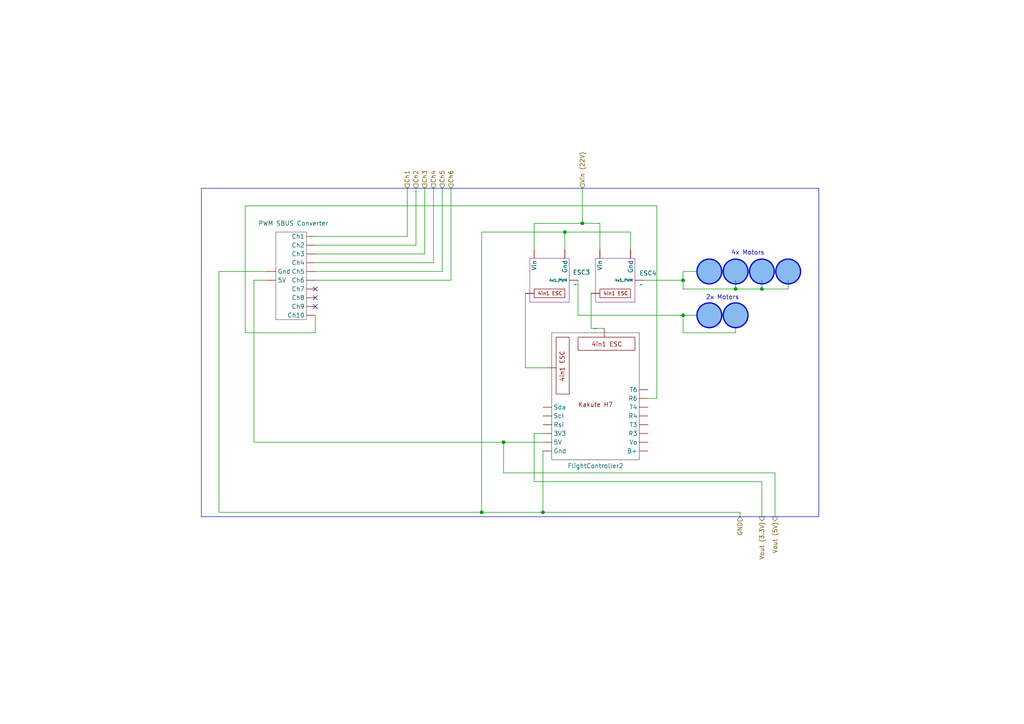
<source format=kicad_sch>
(kicad_sch (version 20231120) (generator "eeschema") (generator_version "8.0")
  (paper "A4")
  (lib_symbols
    (symbol "SPCD_custom:ESC"
      (property "Reference" "ESC" (at 0 2.54 0))
      (symbol "ESC_1_1"
        (rectangle (start -6.35 6.35) (end 6.35 -5.08) (stroke (width 0) (color 140 69 172 1)))
        (rectangle (start -5.08 5.08) (end -2.54 -3.81))
        (text "4in1 ESC\n" (at -3.81 0.508 900) (effects (font (size 1.016 1.016))))
        (pin input line (at -3.81 7.62 270) (length 2.54) (name "") (number ""))
        (pin input line (at 0 -7.62 90) (length 2.54) (name "4x1_PWM") (number ""))
        (pin input line (at 8.89 -3.81 180) (length 2.54) (name "Gnd") (number ""))
        (pin input line (at 8.89 5.08 180) (length 2.54) (name "Vin") (number ""))
      )
    )
    (symbol "SPCD_custom:Kakute_H7"
      (property "Reference" "FC" (at 0 17.78 0))
      (symbol "Kakute_H7_1_1"
        (rectangle (start -12.7 16.51) (end 12.7 -20.32) (stroke (width 0) (color 99 99 99 1)))
        (rectangle (start -11.43 -19.05) (end 5.08 -15.24))
        (rectangle (start 7.62 -2.54) (end 11.43 -19.05))
        (text "4in1 ESC" (at -3.302 -17.018 0) (effects (font (size 1.27 1.27))))
        (text "4in1 ESC" (at 9.652 -10.668 900) (effects (font (size 1.27 1.27))))
        (text "Kakute H7" (at 0 0.508 0) (effects (font (size 1.27 1.27))))
        (pin input line (at -2.54 -21.59 90) (length 2.54) (name "") (number ""))
        (pin input line (at 13.97 -10.16 180) (length 2.54) (name "") (number ""))
        (pin input line (at 15.24 8.89 180) (length 2.54) (name "3V3") (number ""))
        (pin input line (at 15.24 11.43 180) (length 2.54) (name "5V") (number ""))
        (pin input line (at -15.24 13.97 0) (length 2.54) (name "B+") (number ""))
        (pin input line (at 15.24 13.97 180) (length 2.54) (name "Gnd") (number ""))
        (pin input line (at -15.24 8.89 0) (length 2.54) (name "R3") (number ""))
        (pin input line (at -15.24 3.81 0) (length 2.54) (name "R4") (number ""))
        (pin input line (at -15.24 -1.27 0) (length 2.54) (name "R6") (number ""))
        (pin input line (at 15.24 6.35 180) (length 2.54) (name "Rsi") (number ""))
        (pin input line (at 15.24 3.81 180) (length 2.54) (name "Scl") (number ""))
        (pin input line (at 15.24 1.27 180) (length 2.54) (name "Sda") (number ""))
        (pin input line (at -15.24 6.35 0) (length 2.54) (name "T3") (number ""))
        (pin input line (at -15.24 1.27 0) (length 2.54) (name "T4") (number ""))
        (pin input line (at -15.24 -3.81 0) (length 2.54) (name "T6") (number ""))
        (pin input line (at -15.24 11.43 0) (length 2.54) (name "Vo") (number ""))
      )
    )
    (symbol "SPCD_custom:PWM-SBUS"
      (property "Reference" "U" (at -0.762 13.97 0))
      (symbol "PWM-SBUS_1_1"
        (rectangle (start -5.08 12.7) (end 3.81 -12.7) (stroke (width 0) (color 106 106 106 1)))
        (pin input line (at -7.62 -1.27 0) (length 2.54) (name "5V") (number ""))
        (pin input line (at 6.35 11.43 180) (length 2.54) (name "Ch1") (number ""))
        (pin output line (at 6.35 -11.43 180) (length 2.54) (name "Ch10") (number ""))
        (pin input line (at 6.35 8.89 180) (length 2.54) (name "Ch2") (number ""))
        (pin input line (at 6.35 6.35 180) (length 2.54) (name "Ch3") (number ""))
        (pin input line (at 6.35 3.81 180) (length 2.54) (name "Ch4") (number ""))
        (pin input line (at 6.35 1.27 180) (length 2.54) (name "Ch5") (number ""))
        (pin input line (at 6.35 -1.27 180) (length 2.54) (name "Ch6") (number ""))
        (pin input line (at 6.35 -3.81 180) (length 2.54) (name "Ch7") (number ""))
        (pin input line (at 6.35 -6.35 180) (length 2.54) (name "Ch8") (number ""))
        (pin input line (at 6.35 -8.89 180) (length 2.54) (name "Ch9") (number ""))
        (pin input line (at -7.62 1.27 0) (length 2.54) (name "Gnd") (number ""))
      )
    )
  )
  (junction (at 146.05 128.27))
  (junction (at 198.12 91.44))
  (junction (at 168.91 64.77))
  (junction (at 220.98 83.82))
  (junction (at 139.7 148.59))
  (junction (at 157.48 148.59))
  (junction (at 163.83 67.31))
  (junction (at 213.36 83.82))
  (junction (at 198.12 81.28))
  (no_connect (at 91.44 83.82))
  (no_connect (at 91.44 88.9))
  (no_connect (at 91.44 86.36))
  (wire (pts (xy 213.36 83.82) (xy 220.98 83.82)))
  (wire (pts (xy 91.44 73.66) (xy 123.19 73.66)))
  (wire (pts (xy 198.12 78.74) (xy 201.93 78.74)))
  (wire (pts (xy 224.79 137.16) (xy 146.05 137.16)))
  (wire (pts (xy 63.5 78.74) (xy 63.5 148.59)))
  (wire (pts (xy 163.83 72.39) (xy 163.83 67.31)))
  (wire (pts (xy 91.44 81.28) (xy 130.81 81.28)))
  (wire (pts (xy 91.44 71.12) (xy 120.65 71.12)))
  (wire (pts (xy 157.48 125.73) (xy 154.94 125.73)))
  (wire (pts (xy 198.12 91.44) (xy 198.12 96.52)))
  (wire (pts (xy 118.11 54.61) (xy 118.11 68.58)))
  (wire (pts (xy 228.6 81.28) (xy 228.6 83.82)))
  (wire (pts (xy 186.69 81.28) (xy 198.12 81.28)))
  (wire (pts (xy 146.05 128.27) (xy 157.48 128.27)))
  (wire (pts (xy 71.12 59.69) (xy 190.5 59.69)))
  (wire (pts (xy 91.44 96.52) (xy 71.12 96.52)))
  (wire (pts (xy 123.19 73.66) (xy 123.19 54.61)))
  (wire (pts (xy 91.44 78.74) (xy 128.27 78.74)))
  (wire (pts (xy 152.4 85.09) (xy 152.4 106.68)))
  (wire (pts (xy 213.36 95.25) (xy 213.36 96.52)))
  (wire (pts (xy 220.98 81.28) (xy 220.98 83.82)))
  (wire (pts (xy 125.73 54.61) (xy 125.73 76.2)))
  (wire (pts (xy 128.27 78.74) (xy 128.27 54.61)))
  (wire (pts (xy 198.12 96.52) (xy 213.36 96.52)))
  (wire (pts (xy 220.98 139.7) (xy 220.98 149.86)))
  (wire (pts (xy 120.65 54.61) (xy 120.65 71.12)))
  (wire (pts (xy 73.66 81.28) (xy 77.47 81.28)))
  (wire (pts (xy 163.83 67.31) (xy 139.7 67.31)))
  (wire (pts (xy 214.63 148.59) (xy 157.48 148.59)))
  (wire (pts (xy 198.12 81.28) (xy 198.12 83.82)))
  (wire (pts (xy 71.12 96.52) (xy 71.12 59.69)))
  (wire (pts (xy 173.99 72.39) (xy 173.99 64.77)))
  (wire (pts (xy 139.7 148.59) (xy 157.48 148.59)))
  (wire (pts (xy 154.94 64.77) (xy 154.94 72.39)))
  (wire (pts (xy 190.5 59.69) (xy 190.5 115.57)))
  (wire (pts (xy 167.64 81.28) (xy 167.64 91.44)))
  (wire (pts (xy 139.7 67.31) (xy 139.7 148.59)))
  (wire (pts (xy 73.66 128.27) (xy 73.66 81.28)))
  (wire (pts (xy 198.12 78.74) (xy 198.12 81.28)))
  (wire (pts (xy 157.48 130.81) (xy 157.48 148.59)))
  (wire (pts (xy 167.64 91.44) (xy 198.12 91.44)))
  (wire (pts (xy 214.63 149.86) (xy 214.63 148.59)))
  (wire (pts (xy 91.44 68.58) (xy 118.11 68.58)))
  (wire (pts (xy 154.94 125.73) (xy 154.94 139.7)))
  (wire (pts (xy 130.81 54.61) (xy 130.81 81.28)))
  (wire (pts (xy 154.94 139.7) (xy 220.98 139.7)))
  (wire (pts (xy 168.91 54.61) (xy 168.91 64.77)))
  (wire (pts (xy 198.12 91.44) (xy 201.93 91.44)))
  (wire (pts (xy 213.36 81.28) (xy 213.36 83.82)))
  (wire (pts (xy 73.66 128.27) (xy 146.05 128.27)))
  (wire (pts (xy 168.91 64.77) (xy 154.94 64.77)))
  (wire (pts (xy 198.12 83.82) (xy 213.36 83.82)))
  (wire (pts (xy 152.4 106.68) (xy 158.75 106.68)))
  (wire (pts (xy 63.5 148.59) (xy 139.7 148.59)))
  (wire (pts (xy 173.99 64.77) (xy 168.91 64.77)))
  (wire (pts (xy 171.45 85.09) (xy 171.45 95.25)))
  (wire (pts (xy 182.88 72.39) (xy 182.88 67.31)))
  (wire (pts (xy 190.5 115.57) (xy 187.96 115.57)))
  (wire (pts (xy 91.44 76.2) (xy 125.73 76.2)))
  (wire (pts (xy 224.79 149.86) (xy 224.79 137.16)))
  (wire (pts (xy 171.45 95.25) (xy 175.26 95.25)))
  (wire (pts (xy 63.5 78.74) (xy 77.47 78.74)))
  (wire (pts (xy 220.98 83.82) (xy 228.6 83.82)))
  (wire (pts (xy 182.88 67.31) (xy 163.83 67.31)))
  (wire (pts (xy 146.05 137.16) (xy 146.05 128.27)))
  (wire (pts (xy 91.44 91.44) (xy 91.44 96.52)))
  (circle (center 213.36 78.74) (radius 3.5921) (stroke (width 0.381)) (fill (type color) (color 135 186 241 1)))
  (circle (center 213.36 91.44) (radius 3.5921) (stroke (width 0.381)) (fill (type color) (color 135 186 241 1)))
  (circle (center 228.6 78.74) (radius 3.5921) (stroke (width 0.381)) (fill (type color) (color 135 186 241 1)))
  (rectangle (start 58.42 54.61) (end 237.49 149.86))
  (circle (center 220.98 78.74) (radius 3.5921) (stroke (width 0.381)) (fill (type color) (color 135 186 241 1)))
  (circle (center 205.74 78.74) (radius 3.5921) (stroke (width 0.381)) (fill (type color) (color 135 186 241 1)))
  (circle (center 205.74 91.44) (radius 3.5921) (stroke (width 0.381)) (fill (type color) (color 135 186 241 1)))
  (text "2x Motors" (at 209.55 86.36 0) (effects (font (size 1.27 1.27))))
  (text "4x Motors" (at 216.916 73.406 0) (effects (font (size 1.27 1.27))))
  (hierarchical_label "Ch3" (shape input) (at 123.19 54.61 90))
  (hierarchical_label "Ch2" (shape input) (at 120.65 54.61 90))
  (hierarchical_label "GND" (shape input) (at 214.63 149.86 270))
  (hierarchical_label "Ch1" (shape input) (at 118.11 54.61 90))
  (hierarchical_label "Ch6" (shape input) (at 130.81 54.61 90))
  (hierarchical_label "Vout (3.3V)" (shape output) (at 220.98 149.86 270))
  (hierarchical_label "Ch4" (shape input) (at 125.73 54.61 90))
  (hierarchical_label "Vin (22V)" (shape input) (at 168.91 54.61 90))
  (hierarchical_label "Ch5" (shape input) (at 128.27 54.61 90))
  (hierarchical_label "Vout (5V)" (shape output) (at 224.79 149.86 270))
  (symbol (lib_id "SPCD_custom:ESC") (at 179.07 81.28 90) (unit 1)
    (property "Reference" "ESC4" (at 185.42 79.248 90) (effects (justify right)))
    (property "Value" "~" (at 185.42 82.55 90) (effects (justify right)))
  )
  (symbol (lib_id "SPCD_custom:Kakute_H7") (at 172.72 116.84 180) (unit 1)
    (property "Reference" "FlightController2" (at 172.72 135.128 0))
    (property "Value" "~" (at 172.72 95.25 0))
  )
  (symbol (lib_id "SPCD_custom:PWM-SBUS") (at 85.09 80.01 0) (unit 1)
    (property "Reference" "U6" (effects (hide yes)))
    (property "Value" "PWM SBUS Converter" (at 85.09 64.77 0))
  )
  (symbol (lib_id "SPCD_custom:ESC") (at 160.02 81.28 90) (unit 1)
    (property "Reference" "ESC3" (at 166.116 78.994 90) (effects (justify right)))
    (property "Value" "~" (at 166.37 82.55 90) (effects (justify right)))
  )
)
</source>
